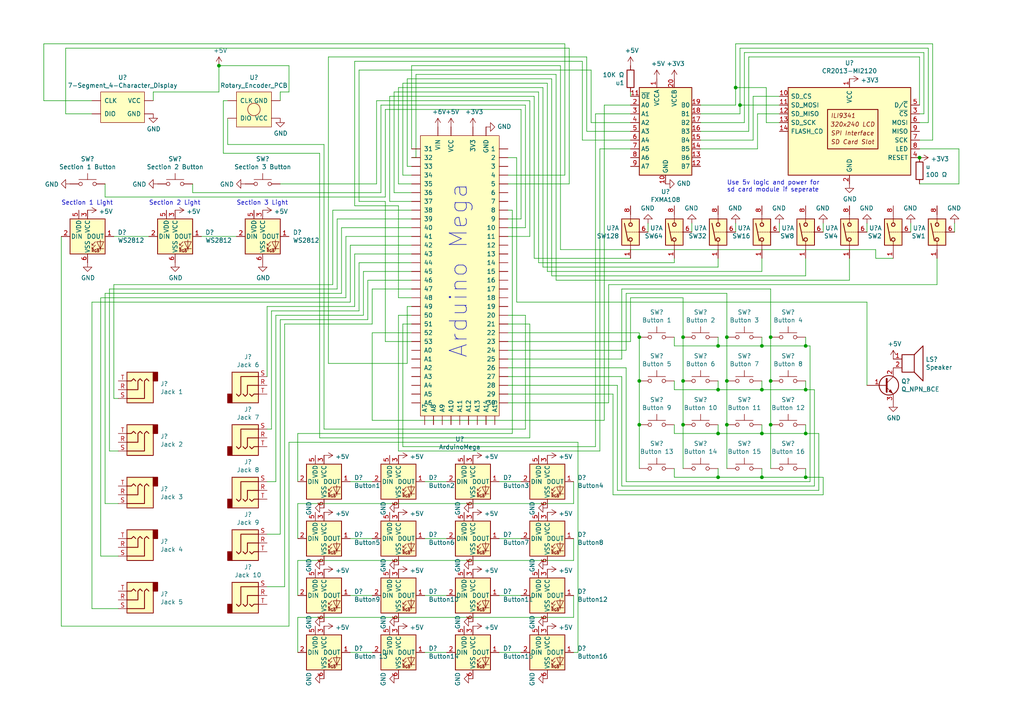
<source format=kicad_sch>
(kicad_sch (version 20231120) (generator "eeschema") (generator_version "8.0")
  (paper "A4")
  (title_block (title "Subystem Repair Panel") (rev "1.2") (company "CMSC") (comment 1 "Designed and made by Nathan Ford") (comment 3 " panels they are a seperate module, the module we currently use uses 5v logic and power") (comment 4 "Please note that the SD card reader is wired to the internal one on the scematic, on the "))
  (junction (at 198.12 110.49))
  (junction (at 233.68 125.73))
  (junction (at 213.36 25.4))
  (junction (at 223.52 123.19))
  (junction (at 198.12 97.79))
  (junction (at 210.82 123.19))
  (junction (at 233.68 113.03))
  (junction (at 220.98 113.03))
  (junction (at 223.52 110.49))
  (junction (at 208.28 113.03))
  (junction (at 210.82 97.79))
  (junction (at 220.98 125.73))
  (junction (at 210.82 110.49))
  (junction (at 266.7 45.72))
  (junction (at 220.98 138.43))
  (junction (at 185.42 110.49))
  (junction (at 214.63 30.48))
  (junction (at 233.68 138.43))
  (junction (at 233.68 100.33))
  (junction (at 185.42 97.79))
  (junction (at 208.28 125.73))
  (junction (at 63.5 19.05))
  (junction (at 220.98 100.33))
  (junction (at 223.52 97.79))
  (junction (at 185.42 123.19))
  (junction (at 198.12 123.19))
  (junction (at 208.28 138.43))
  (junction (at 208.28 100.33))
  (wire (pts (xy 222.25 35.56) (xy 222.25 25.4)))
  (wire (pts (xy 215.9 15.24) (xy 215.9 35.56)))
  (wire (pts (xy 233.68 138.43) (xy 220.98 138.43)))
  (wire (pts (xy 147.32 53.34) (xy 165.1 53.34)))
  (wire (pts (xy 166.37 139.7) (xy 166.37 146.05)))
  (wire (pts (xy 182.88 74.93) (xy 154.94 74.93)))
  (wire (pts (xy 217.17 38.1) (xy 203.2 38.1)))
  (wire (pts (xy 86.36 125.73) (xy 86.36 139.7)))
  (wire (pts (xy 116.84 24.13) (xy 158.75 24.13)))
  (wire (pts (xy 177.8 143.51) (xy 177.8 114.3)))
  (wire (pts (xy 115.57 59.69) (xy 115.57 86.36)))
  (wire (pts (xy 175.26 121.92) (xy 107.95 121.92)))
  (wire (pts (xy 220.98 113.03) (xy 220.98 110.49)))
  (wire (pts (xy 115.57 86.36) (xy 119.38 86.36)))
  (wire (pts (xy 157.48 25.4) (xy 115.57 25.4)))
  (wire (pts (xy 66.04 29.21) (xy 64.77 29.21)))
  (wire (pts (xy 29.21 86.36) (xy 29.21 161.29)))
  (wire (pts (xy 182.88 99.06) (xy 147.32 99.06)))
  (wire (pts (xy 195.58 138.43) (xy 195.58 135.89)))
  (wire (pts (xy 208.28 113.03) (xy 208.28 110.49)))
  (wire (pts (xy 195.58 113.03) (xy 208.28 113.03)))
  (wire (pts (xy 165.1 13.97) (xy 19.05 13.97)))
  (wire (pts (xy 109.22 53.34) (xy 81.28 53.34)))
  (wire (pts (xy 151.13 63.5) (xy 151.13 31.75)))
  (wire (pts (xy 147.32 45.72) (xy 149.86 45.72)))
  (wire (pts (xy 198.12 123.19) (xy 198.12 110.49)))
  (wire (pts (xy 165.1 53.34) (xy 165.1 13.97)))
  (wire (pts (xy 236.22 113.03) (xy 236.22 140.97)))
  (wire (pts (xy 116.84 50.8) (xy 116.84 24.13)))
  (wire (pts (xy 92.71 127) (xy 153.67 127)))
  (wire (pts (xy 238.76 64.77) (xy 238.76 67.31)))
  (wire (pts (xy 101.6 71.12) (xy 119.38 71.12)))
  (wire (pts (xy 118.11 48.26) (xy 119.38 48.26)))
  (wire (pts (xy 182.88 30.48) (xy 175.26 30.48)))
  (wire (pts (xy 166.37 146.05) (xy 86.36 146.05)))
  (wire (pts (xy 182.88 35.56) (xy 171.45 35.56)))
  (wire (pts (xy 236.22 140.97) (xy 180.34 140.97)))
  (wire (pts (xy 120.65 45.72) (xy 120.65 21.59)))
  (wire (pts (xy 166.37 156.21) (xy 166.37 162.56)))
  (wire (pts (xy 95.25 16.51) (xy 170.18 16.51)))
  (wire (pts (xy 173.99 130.81) (xy 115.57 130.81)))
  (wire (pts (xy 144.78 189.23) (xy 151.13 189.23)))
  (wire (pts (xy 234.95 139.7) (xy 181.61 139.7)))
  (wire (pts (xy 215.9 15.24) (xy 267.97 15.24)))
  (wire (pts (xy 210.82 123.19) (xy 210.82 110.49)))
  (wire (pts (xy 19.05 33.02) (xy 26.67 33.02)))
  (wire (pts (xy 77.47 109.22) (xy 77.47 88.9)))
  (wire (pts (xy 105.41 91.44) (xy 105.41 78.74)))
  (wire (pts (xy 195.58 100.33) (xy 208.28 100.33)))
  (wire (pts (xy 101.6 156.21) (xy 107.95 156.21)))
  (wire (pts (xy 77.47 170.18) (xy 82.55 170.18)))
  (wire (pts (xy 83.82 181.61) (xy 17.78 181.61)))
  (wire (pts (xy 208.28 138.43) (xy 195.58 138.43)))
  (wire (pts (xy 116.84 93.98) (xy 119.38 93.98)))
  (wire (pts (xy 118.11 22.86) (xy 118.11 48.26)))
  (wire (pts (xy 118.11 88.9) (xy 118.11 105.41)))
  (wire (pts (xy 166.37 172.72) (xy 166.37 179.07)))
  (wire (pts (xy 104.14 58.42) (xy 111.76 58.42)))
  (wire (pts (xy 104.14 20.32) (xy 104.14 58.42)))
  (wire (pts (xy 107.95 121.92) (xy 107.95 96.52)))
  (wire (pts (xy 215.9 35.56) (xy 203.2 35.56)))
  (wire (pts (xy 220.98 138.43) (xy 220.98 135.89)))
  (wire (pts (xy 172.72 129.54) (xy 116.84 129.54)))
  (wire (pts (xy 182.88 26.67) (xy 182.88 27.94)))
  (wire (pts (xy 220.98 138.43) (xy 208.28 138.43)))
  (wire (pts (xy 104.14 76.2) (xy 119.38 76.2)))
  (wire (pts (xy 233.68 80.01) (xy 160.02 80.01)))
  (wire (pts (xy 220.98 113.03) (xy 233.68 113.03)))
  (wire (pts (xy 34.29 115.57) (xy 33.02 115.57)))
  (wire (pts (xy 123.19 189.23) (xy 129.54 189.23)))
  (wire (pts (xy 64.77 44.45) (xy 92.71 44.45)))
  (wire (pts (xy 119.38 19.05) (xy 119.38 43.18)))
  (wire (pts (xy 12.7 29.21) (xy 12.7 12.7)))
  (wire (pts (xy 99.06 85.09) (xy 99.06 66.04)))
  (wire (pts (xy 96.52 82.55) (xy 96.52 60.96)))
  (wire (pts (xy 115.57 91.44) (xy 119.38 91.44)))
  (wire (pts (xy 185.42 110.49) (xy 185.42 123.19)))
  (wire (pts (xy 180.34 104.14) (xy 147.32 104.14)))
  (wire (pts (xy 180.34 109.22) (xy 147.32 109.22)))
  (wire (pts (xy 180.34 140.97) (xy 180.34 109.22)))
  (wire (pts (xy 208.28 74.93) (xy 208.28 77.47)))
  (wire (pts (xy 210.82 85.09) (xy 181.61 85.09)))
  (wire (pts (xy 160.02 80.01) (xy 160.02 22.86)))
  (wire (pts (xy 152.4 66.04) (xy 147.32 66.04)))
  (wire (pts (xy 166.37 179.07) (xy 86.36 179.07)))
  (wire (pts (xy 210.82 97.79) (xy 210.82 85.09)))
  (wire (pts (xy 30.48 57.15) (xy 30.48 53.34)))
  (wire (pts (xy 233.68 135.89) (xy 233.68 138.43)))
  (wire (pts (xy 198.12 97.79) (xy 198.12 86.36)))
  (wire (pts (xy 179.07 111.76) (xy 147.32 111.76)))
  (wire (pts (xy 167.64 128.27) (xy 83.82 128.27)))
  (wire (pts (xy 264.16 64.77) (xy 264.16 67.31)))
  (wire (pts (xy 153.67 29.21) (xy 109.22 29.21)))
  (wire (pts (xy 151.13 63.5) (xy 147.32 63.5)))
  (wire (pts (xy 153.67 93.98) (xy 147.32 93.98)))
  (wire (pts (xy 102.87 17.78) (xy 102.87 59.69)))
  (wire (pts (xy 107.95 93.98) (xy 107.95 83.82)))
  (wire (pts (xy 97.79 83.82) (xy 31.75 83.82)))
  (wire (pts (xy 220.98 100.33) (xy 220.98 97.79)))
  (wire (pts (xy 176.53 82.55) (xy 176.53 116.84)))
  (wire (pts (xy 208.28 138.43) (xy 208.28 135.89)))
  (wire (pts (xy 226.06 35.56) (xy 222.25 35.56)))
  (wire (pts (xy 208.28 100.33) (xy 220.98 100.33)))
  (wire (pts (xy 100.33 68.58) (xy 100.33 86.36)))
  (wire (pts (xy 238.76 143.51) (xy 177.8 143.51)))
  (wire (pts (xy 185.42 97.79) (xy 185.42 110.49)))
  (wire (pts (xy 82.55 93.98) (xy 107.95 93.98)))
  (wire (pts (xy 156.21 76.2) (xy 195.58 76.2)))
  (wire (pts (xy 123.19 139.7) (xy 129.54 139.7)))
  (wire (pts (xy 105.41 78.74) (xy 119.38 78.74)))
  (wire (pts (xy 147.32 60.96) (xy 148.59 60.96)))
  (wire (pts (xy 214.63 13.97) (xy 269.24 13.97)))
  (wire (pts (xy 160.02 22.86) (xy 118.11 22.86)))
  (wire (pts (xy 81.28 92.71) (xy 81.28 154.94)))
  (wire (pts (xy 123.19 172.72) (xy 129.54 172.72)))
  (wire (pts (xy 44.45 29.21) (xy 44.45 26.67)))
  (wire (pts (xy 195.58 110.49) (xy 195.58 113.03)))
  (wire (pts (xy 119.38 45.72) (xy 120.65 45.72)))
  (wire (pts (xy 113.03 27.94) (xy 113.03 58.42)))
  (wire (pts (xy 210.82 135.89) (xy 210.82 123.19)))
  (wire (pts (xy 154.94 27.94) (xy 113.03 27.94)))
  (wire (pts (xy 102.87 59.69) (xy 115.57 59.69)))
  (wire (pts (xy 187.96 64.77) (xy 187.96 67.31)))
  (wire (pts (xy 116.84 129.54) (xy 116.84 93.98)))
  (wire (pts (xy 153.67 68.58) (xy 147.32 68.58)))
  (wire (pts (xy 101.6 172.72) (xy 107.95 172.72)))
  (wire (pts (xy 157.48 77.47) (xy 157.48 25.4)))
  (wire (pts (xy 120.65 21.59) (xy 161.29 21.59)))
  (wire (pts (xy 152.4 91.44) (xy 152.4 124.46)))
  (wire (pts (xy 266.7 53.34) (xy 278.13 53.34)))
  (wire (pts (xy 269.24 35.56) (xy 269.24 13.97)))
  (wire (pts (xy 181.61 139.7) (xy 181.61 106.68)))
  (wire (pts (xy 238.76 138.43) (xy 238.76 143.51)))
  (wire (pts (xy 214.63 33.02) (xy 203.2 33.02)))
  (wire (pts (xy 151.13 31.75) (xy 111.76 31.75)))
  (wire (pts (xy 111.76 31.75) (xy 111.76 57.15)))
  (wire (pts (xy 97.79 63.5) (xy 119.38 63.5)))
  (wire (pts (xy 80.01 139.7) (xy 80.01 91.44)))
  (wire (pts (xy 93.98 41.91) (xy 66.04 41.91)))
  (wire (pts (xy 64.77 29.21) (xy 64.77 44.45)))
  (wire (pts (xy 222.25 25.4) (xy 213.36 25.4)))
  (wire (pts (xy 266.7 33.02) (xy 267.97 33.02)))
  (wire (pts (xy 254 74.93) (xy 254 72.39)))
  (wire (pts (xy 162.56 72.39) (xy 162.56 19.05)))
  (wire (pts (xy 234.95 100.33) (xy 234.95 139.7)))
  (wire (pts (xy 110.49 55.88) (xy 110.49 30.48)))
  (wire (pts (xy 101.6 189.23) (xy 107.95 189.23)))
  (wire (pts (xy 251.46 87.63) (xy 251.46 111.76)))
  (wire (pts (xy 198.12 97.79) (xy 198.12 110.49)))
  (wire (pts (xy 167.64 189.23) (xy 167.64 128.27)))
  (wire (pts (xy 218.44 40.64) (xy 203.2 40.64)))
  (wire (pts (xy 182.88 40.64) (xy 168.91 40.64)))
  (wire (pts (xy 176.53 116.84) (xy 147.32 116.84)))
  (wire (pts (xy 115.57 25.4) (xy 115.57 53.34)))
  (wire (pts (xy 66.04 41.91) (xy 66.04 34.29)))
  (wire (pts (xy 149.86 45.72) (xy 149.86 87.63)))
  (wire (pts (xy 220.98 125.73) (xy 220.98 123.19)))
  (wire (pts (xy 96.52 60.96) (xy 119.38 60.96)))
  (wire (pts (xy 104.14 90.17) (xy 78.74 90.17)))
  (wire (pts (xy 148.59 60.96) (xy 148.59 125.73)))
  (wire (pts (xy 208.28 125.73) (xy 208.28 123.19)))
  (wire (pts (xy 226.06 64.77) (xy 226.06 67.31)))
  (wire (pts (xy 33.02 68.58) (xy 43.18 68.58)))
  (wire (pts (xy 111.76 58.42) (xy 111.76 99.06)))
  (wire (pts (xy 214.63 13.97) (xy 214.63 30.48)))
  (wire (pts (xy 233.68 123.19) (xy 233.68 125.73)))
  (wire (pts (xy 34.29 146.05) (xy 30.48 146.05)))
  (wire (pts (xy 233.68 100.33) (xy 234.95 100.33)))
  (wire (pts (xy 163.83 12.7) (xy 163.83 50.8)))
  (wire (pts (xy 163.83 50.8) (xy 147.32 50.8)))
  (wire (pts (xy 101.6 87.63) (xy 101.6 71.12)))
  (wire (pts (xy 223.52 83.82) (xy 180.34 83.82)))
  (wire (pts (xy 208.28 100.33) (xy 208.28 97.79)))
  (wire (pts (xy 81.28 26.67) (xy 83.82 26.67)))
  (wire (pts (xy 181.61 106.68) (xy 147.32 106.68)))
  (wire (pts (xy 237.49 125.73) (xy 237.49 142.24)))
  (wire (pts (xy 104.14 76.2) (xy 104.14 90.17)))
  (wire (pts (xy 92.71 44.45) (xy 92.71 127)))
  (wire (pts (xy 233.68 113.03) (xy 233.68 110.49)))
  (wire (pts (xy 220.98 125.73) (xy 208.28 125.73)))
  (wire (pts (xy 208.28 113.03) (xy 220.98 113.03)))
  (wire (pts (xy 106.68 81.28) (xy 119.38 81.28)))
  (wire (pts (xy 223.52 110.49) (xy 223.52 123.19)))
  (wire (pts (xy 77.47 88.9) (xy 102.87 88.9)))
  (wire (pts (xy 175.26 30.48) (xy 175.26 121.92)))
  (wire (pts (xy 266.7 30.48) (xy 266.7 16.51)))
  (wire (pts (xy 200.66 64.77) (xy 200.66 67.31)))
  (wire (pts (xy 95.25 105.41) (xy 95.25 16.51)))
  (wire (pts (xy 158.75 78.74) (xy 220.98 78.74)))
  (wire (pts (xy 83.82 128.27) (xy 83.82 181.61)))
  (wire (pts (xy 106.68 81.28) (xy 106.68 92.71)))
  (wire (pts (xy 233.68 100.33) (xy 233.68 97.79)))
  (wire (pts (xy 170.18 38.1) (xy 182.88 38.1)))
  (wire (pts (xy 110.49 30.48) (xy 152.4 30.48)))
  (wire (pts (xy 26.67 176.53) (xy 26.67 87.63)))
  (wire (pts (xy 115.57 53.34) (xy 119.38 53.34)))
  (wire (pts (xy 246.38 81.28) (xy 246.38 74.93)))
  (wire (pts (xy 161.29 81.28) (xy 246.38 81.28)))
  (wire (pts (xy 99.06 66.04) (xy 119.38 66.04)))
  (wire (pts (xy 111.76 99.06) (xy 119.38 99.06)))
  (wire (pts (xy 213.36 64.77) (xy 213.36 67.31)))
  (wire (pts (xy 55.88 53.34) (xy 55.88 55.88)))
  (wire (pts (xy 55.88 55.88) (xy 110.49 55.88)))
  (wire (pts (xy 123.19 156.21) (xy 129.54 156.21)))
  (wire (pts (xy 233.68 125.73) (xy 220.98 125.73)))
  (wire (pts (xy 26.67 29.21) (xy 12.7 29.21)))
  (wire (pts (xy 102.87 88.9) (xy 102.87 73.66)))
  (wire (pts (xy 80.01 91.44) (xy 105.41 91.44)))
  (wire (pts (xy 171.45 35.56) (xy 171.45 20.32)))
  (wire (pts (xy 119.38 55.88) (xy 114.3 55.88)))
  (wire (pts (xy 195.58 76.2) (xy 195.58 74.93)))
  (wire (pts (xy 185.42 96.52) (xy 147.32 96.52)))
  (wire (pts (xy 31.75 83.82) (xy 31.75 130.81)))
  (wire (pts (xy 180.34 83.82) (xy 180.34 104.14)))
  (wire (pts (xy 101.6 139.7) (xy 107.95 139.7)))
  (wire (pts (xy 266.7 40.64) (xy 270.51 40.64)))
  (wire (pts (xy 210.82 97.79) (xy 210.82 110.49)))
  (wire (pts (xy 173.99 43.18) (xy 173.99 130.81)))
  (wire (pts (xy 226.06 33.02) (xy 219.71 33.02)))
  (wire (pts (xy 93.98 124.46) (xy 93.98 41.91)))
  (wire (pts (xy 220.98 100.33) (xy 233.68 100.33)))
  (wire (pts (xy 219.71 43.18) (xy 203.2 43.18)))
  (wire (pts (xy 115.57 130.81) (xy 115.57 91.44)))
  (wire (pts (xy 86.36 146.05) (xy 86.36 156.21)))
  (wire (pts (xy 198.12 86.36) (xy 182.88 86.36)))
  (wire (pts (xy 223.52 97.79) (xy 223.52 83.82)))
  (wire (pts (xy 86.36 162.56) (xy 86.36 172.72)))
  (wire (pts (xy 213.36 30.48) (xy 203.2 30.48)))
  (wire (pts (xy 78.74 90.17) (xy 78.74 124.46)))
  (wire (pts (xy 154.94 74.93) (xy 154.94 27.94)))
  (wire (pts (xy 251.46 64.77) (xy 251.46 67.31)))
  (wire (pts (xy 19.05 13.97) (xy 19.05 33.02)))
  (wire (pts (xy 58.42 68.58) (xy 68.58 68.58)))
  (wire (pts (xy 162.56 19.05) (xy 119.38 19.05)))
  (wire (pts (xy 278.13 43.18) (xy 266.7 43.18)))
  (wire (pts (xy 83.82 19.05) (xy 63.5 19.05)))
  (wire (pts (xy 147.32 91.44) (xy 152.4 91.44)))
  (wire (pts (xy 119.38 50.8) (xy 116.84 50.8)))
  (wire (pts (xy 177.8 114.3) (xy 147.32 114.3)))
  (wire (pts (xy 113.03 58.42) (xy 119.38 58.42)))
  (wire (pts (xy 97.79 63.5) (xy 97.79 83.82)))
  (wire (pts (xy 220.98 78.74) (xy 220.98 74.93)))
  (wire (pts (xy 82.55 170.18) (xy 82.55 93.98)))
  (wire (pts (xy 208.28 77.47) (xy 157.48 77.47)))
  (wire (pts (xy 213.36 12.7) (xy 270.51 12.7)))
  (wire (pts (xy 226.06 27.94) (xy 218.44 27.94)))
  (wire (pts (xy 83.82 26.67) (xy 83.82 19.05)))
  (wire (pts (xy 266.7 35.56) (xy 269.24 35.56)))
  (wire (pts (xy 223.52 97.79) (xy 223.52 110.49)))
  (wire (pts (xy 153.67 68.58) (xy 153.67 29.21)))
  (wire (pts (xy 63.5 26.67) (xy 63.5 19.05)))
  (wire (pts (xy 271.78 82.55) (xy 176.53 82.55)))
  (wire (pts (xy 78.74 124.46) (xy 77.47 124.46)))
  (wire (pts (xy 271.78 74.93) (xy 271.78 82.55)))
  (wire (pts (xy 278.13 53.34) (xy 278.13 43.18)))
  (wire (pts (xy 111.76 57.15) (xy 30.48 57.15)))
  (wire (pts (xy 181.61 85.09) (xy 181.61 101.6)))
  (wire (pts (xy 254 72.39) (xy 162.56 72.39)))
  (wire (pts (xy 237.49 142.24) (xy 179.07 142.24)))
  (wire (pts (xy 223.52 135.89) (xy 223.52 123.19)))
  (wire (pts (xy 34.29 176.53) (xy 26.67 176.53)))
  (wire (pts (xy 33.02 115.57) (xy 33.02 82.55)))
  (wire (pts (xy 17.78 181.61) (xy 17.78 68.58)))
  (wire (pts (xy 195.58 125.73) (xy 195.58 123.19)))
  (wire (pts (xy 195.58 97.79) (xy 195.58 100.33)))
  (wire (pts (xy 119.38 88.9) (xy 118.11 88.9)))
  (wire (pts (xy 213.36 12.7) (xy 213.36 25.4)))
  (wire (pts (xy 153.67 127) (xy 153.67 93.98)))
  (wire (pts (xy 233.68 74.93) (xy 233.68 80.01)))
  (wire (pts (xy 181.61 101.6) (xy 147.32 101.6)))
  (wire (pts (xy 276.86 64.77) (xy 276.86 67.31)))
  (wire (pts (xy 270.51 40.64) (xy 270.51 12.7)))
  (wire (pts (xy 86.36 179.07) (xy 86.36 189.23)))
  (wire (pts (xy 31.75 130.81) (xy 34.29 130.81)))
  (wire (pts (xy 119.38 83.82) (xy 107.95 83.82)))
  (wire (pts (xy 77.47 139.7) (xy 80.01 139.7)))
  (wire (pts (xy 182.88 43.18) (xy 173.99 43.18)))
  (wire (pts (xy 233.68 125.73) (xy 237.49 125.73)))
  (wire (pts (xy 226.06 30.48) (xy 214.63 30.48)))
  (wire (pts (xy 152.4 124.46) (xy 93.98 124.46)))
  (wire (pts (xy 219.71 33.02) (xy 219.71 43.18)))
  (wire (pts (xy 100.33 68.58) (xy 119.38 68.58)))
  (wire (pts (xy 33.02 82.55) (xy 96.52 82.55)))
  (wire (pts (xy 144.78 172.72) (xy 151.13 172.72)))
  (wire (pts (xy 161.29 21.59) (xy 161.29 81.28)))
  (wire (pts (xy 208.28 125.73) (xy 195.58 125.73)))
  (wire (pts (xy 149.86 87.63) (xy 251.46 87.63)))
  (wire (pts (xy 214.63 30.48) (xy 214.63 33.02)))
  (wire (pts (xy 166.37 162.56) (xy 86.36 162.56)))
  (wire (pts (xy 233.68 138.43) (xy 238.76 138.43)))
  (wire (pts (xy 114.3 26.67) (xy 156.21 26.67)))
  (wire (pts (xy 182.88 86.36) (xy 182.88 99.06)))
  (wire (pts (xy 107.95 96.52) (xy 119.38 96.52)))
  (wire (pts (xy 12.7 12.7) (xy 163.83 12.7)))
  (wire (pts (xy 185.42 123.19) (xy 185.42 135.89)))
  (wire (pts (xy 144.78 139.7) (xy 151.13 139.7)))
  (wire (pts (xy 156.21 26.67) (xy 156.21 76.2)))
  (wire (pts (xy 100.33 86.36) (xy 29.21 86.36)))
  (wire (pts (xy 233.68 113.03) (xy 236.22 113.03)))
  (wire (pts (xy 118.11 105.41) (xy 95.25 105.41)))
  (wire (pts (xy 30.48 85.09) (xy 99.06 85.09)))
  (wire (pts (xy 30.48 146.05) (xy 30.48 85.09)))
  (wire (pts (xy 106.68 92.71) (xy 81.28 92.71)))
  (wire (pts (xy 179.07 142.24) (xy 179.07 111.76)))
  (wire (pts (xy 29.21 161.29) (xy 34.29 161.29)))
  (wire (pts (xy 166.37 189.23) (xy 167.64 189.23)))
  (wire (pts (xy 198.12 135.89) (xy 198.12 123.19)))
  (wire (pts (xy 44.45 26.67) (xy 63.5 26.67)))
  (wire (pts (xy 217.17 16.51) (xy 266.7 16.51)))
  (wire (pts (xy 172.72 33.02) (xy 172.72 129.54)))
  (wire (pts (xy 171.45 20.32) (xy 104.14 20.32)))
  (wire (pts (xy 109.22 29.21) (xy 109.22 53.34)))
  (wire (pts (xy 182.88 33.02) (xy 172.72 33.02)))
  (wire (pts (xy 168.91 17.78) (xy 102.87 17.78)))
  (wire (pts (xy 152.4 30.48) (xy 152.4 66.04)))
  (wire (pts (xy 168.91 40.64) (xy 168.91 17.78)))
  (wire (pts (xy 81.28 154.94) (xy 77.47 154.94)))
  (wire (pts (xy 213.36 25.4) (xy 213.36 30.48)))
  (wire (pts (xy 102.87 73.66) (xy 119.38 73.66)))
  (wire (pts (xy 217.17 16.51) (xy 217.17 38.1)))
  (wire (pts (xy 114.3 55.88) (xy 114.3 26.67)))
  (wire (pts (xy 144.78 156.21) (xy 151.13 156.21)))
  (wire (pts (xy 185.42 97.79) (xy 185.42 96.52)))
  (wire (pts (xy 148.59 125.73) (xy 86.36 125.73)))
  (wire (pts (xy 81.28 29.21) (xy 81.28 26.67)))
  (wire (pts (xy 170.18 16.51) (xy 170.18 38.1)))
  (wire (pts (xy 158.75 24.13) (xy 158.75 78.74)))
  (wire (pts (xy 259.08 74.93) (xy 254 74.93)))
  (wire (pts (xy 26.67 87.63) (xy 101.6 87.63)))
  (wire (pts (xy 218.44 27.94) (xy 218.44 40.64)))
  (wire (pts (xy 267.97 33.02) (xy 267.97 15.24)))
  (text "Arduino Mega" (at 135.89 104.14 90) (effects (font (size 5.0038 5.0038)) (justify left bottom)))
  (text "Section 2 Light" (at 43.18 59.69 0) (effects (font (size 1.27 1.27)) (justify left bottom)))
  (text "Use 5v logic and power for \nsd card module if seperate" (at 210.82 55.88 0) (effects (font (size 1.27 1.27)) (justify left bottom)))
  (text "Section 1 Light" (at 17.78 59.69 0) (effects (font (size 1.27 1.27)) (justify left bottom)))
  (text "Section 3 Light" (at 68.58 59.69 0) (effects (font (size 1.27 1.27)) (justify left bottom)))
  (symbol (lib_id "Device:Speaker") (at 264.16 104.14 0) (unit 1)
    (property "Reference" "LS?" (at 268.478 104.2416 0) (effects (justify left)))
    (property "Value" "Speaker" (at 268.478 106.553 0) (effects (justify left)))
  )
  (symbol (lib_id "Device:Q_NPN_BCE") (at 256.54 111.76 0) (unit 1)
    (property "Reference" "Q?" (at 261.3914 110.5916 0) (effects (justify left)))
    (property "Value" "Q_NPN_BCE" (at 261.3914 112.903 0) (effects (justify left)))
  )
  (symbol (lib_id "Subsystem-rescue:+5V-power") (at 259.08 104.14 0) (unit 1)
    (property "Reference" "#PWR?" (effects (hide yes)))
    (property "Value" "+5V" (at 259.461 99.7458 0))
  )
  (symbol (lib_id "Subsystem-rescue:GND-power") (at 259.08 116.84 0) (unit 1)
    (property "Reference" "#PWR?" (effects (hide yes)))
    (property "Value" "GND" (at 259.207 121.2342 0))
  )
  (symbol (lib_name "Subsystem-rescue:7-Segment_4-Character_Display-Display_Graphic") (lib_id "Subsystem-rescue:7-Segment_4-Character_Display-Display_Graphic") (at 35.56 31.75 0) (unit 1)
    (property "Reference" "U?" (at 35.56 22.479 0))
    (property "Value" "7-Segment_4-Character_Display" (at 35.56 24.7904 0))
  )
  (symbol (lib_name "Subsystem-rescue:Rotary_Encoder_PCB-Interface") (lib_id "Subsystem-rescue:Rotary_Encoder_PCB-Interface") (at 73.66 31.75 0) (unit 1)
    (property "Reference" "U?" (at 73.66 22.479 0))
    (property "Value" "Rotary_Encoder_PCB" (at 73.66 24.7904 0))
  )
  (symbol (lib_id "Subsystem-rescue:GND-power") (at 81.28 34.29 0) (unit 1)
    (property "Reference" "#PWR?" (effects (hide yes)))
    (property "Value" "GND" (at 81.407 38.6842 0))
  )
  (symbol (lib_id "Subsystem-rescue:GND-power") (at 44.45 33.02 0) (unit 1)
    (property "Reference" "#PWR?" (effects (hide yes)))
    (property "Value" "GND" (at 44.577 37.4142 0))
  )
  (symbol (lib_id "Subsystem-rescue:+5V-power") (at 63.5 19.05 0) (unit 1)
    (property "Reference" "#PWR?" (effects (hide yes)))
    (property "Value" "+5V" (at 63.881 14.6558 0))
  )
  (symbol (lib_id "Logic_LevelTranslator:FXMA108") (at 193.04 38.1 0) (unit 1)
    (property "Reference" "U?" (at 193.04 55.6006 0))
    (property "Value" "FXMA108" (at 193.04 57.912 0))
    (property "Footprint" "Package_DFN_QFN:WQFN-20-1EP_2.5x4.5mm_P0.5mm_EP1x2.9mm" (effects (hide yes)))
    (property "Datasheet" "http://www.onsemi.com/pub/Collateral/FXMA108-D.pdf" (effects (hide yes)))
  )
  (symbol (lib_id "Driver_Display:CR2013-MI2120") (at 246.38 38.1 0) (unit 1)
    (property "Reference" "U?" (at 246.38 18.2626 0))
    (property "Value" "CR2013-MI2120" (at 246.38 20.574 0))
    (property "Footprint" "Display:CR2013-MI2120" (effects (hide yes)))
    (property "Datasheet" "http://pan.baidu.com/s/11Y990" (effects (hide yes)))
  )
  (symbol (lib_id "Subsystem-rescue:+3.3V-power") (at 195.58 22.86 0) (unit 1)
    (property "Reference" "#PWR?" (effects (hide yes)))
    (property "Value" "+3V3" (at 195.961 18.4658 0))
  )
  (symbol (lib_id "Subsystem-rescue:+5V-power") (at 190.5 22.86 0) (unit 1)
    (property "Reference" "#PWR?" (effects (hide yes)))
    (property "Value" "+5V" (at 190.881 18.4658 0))
  )
  (symbol (lib_id "Subsystem-rescue:GND-power") (at 193.04 53.34 90) (unit 1)
    (property "Reference" "#PWR?" (effects (hide yes)))
    (property "Value" "GND" (at 196.2912 53.213 90) (effects (justify right)))
  )
  (symbol (lib_id "Subsystem-rescue:+3.3V-power") (at 266.7 45.72 270) (unit 1)
    (property "Reference" "#PWR?" (effects (hide yes)))
    (property "Value" "+3V3" (at 269.9512 46.101 90) (effects (justify left)))
  )
  (symbol (lib_id "Device:R") (at 266.7 49.53 0) (unit 1)
    (property "Reference" "u" (at 268.478 48.3616 0) (effects (justify left)))
    (property "Value" "100 Ω" (at 268.478 50.673 0) (effects (justify left)))
  )
  (symbol (lib_id "Subsystem-rescue:+3.3V-power") (at 246.38 22.86 270) (unit 1)
    (property "Reference" "#PWR?" (effects (hide yes)))
    (property "Value" "+3V3" (at 249.6312 23.241 90) (effects (justify left)))
  )
  (symbol (lib_id "Subsystem-rescue:GND-power") (at 246.38 53.34 0) (unit 1)
    (property "Reference" "#PWR?" (effects (hide yes)))
    (property "Value" "GND" (at 246.507 57.7342 0))
  )
  (symbol (lib_id "Switch:SW_Push") (at 25.4 53.34 0) (unit 1)
    (property "Reference" "SW?" (at 25.4 46.101 0))
    (property "Value" "Section 1 Button" (at 25.4 48.4124 0))
  )
  (symbol (lib_id "Switch:SW_Push") (at 50.8 53.34 0) (unit 1)
    (property "Reference" "SW?" (at 50.8 46.101 0))
    (property "Value" "Section 2 Button" (at 50.8 48.4124 0))
  )
  (symbol (lib_id "Switch:SW_Push") (at 76.2 53.34 0) (unit 1)
    (property "Reference" "SW?" (at 76.2 46.101 0))
    (property "Value" "Section 3 Button" (at 76.2 48.4124 0))
  )
  (symbol (lib_id "LED:WS2812") (at 25.4 68.58 0) (unit 1)
    (property "Reference" "D?" (at 34.1376 67.4116 0) (effects (justify left)))
    (property "Value" "WS2812" (at 34.1376 69.723 0) (effects (justify left)))
    (property "Footprint" "LED_SMD:LED_WS2812_PLCC6_5.0x5.0mm_P1.6mm" (effects (hide yes)))
    (property "Datasheet" "https://cdn-shop.adafruit.com/datasheets/WS2812.pdf" (effects (hide yes)))
  )
  (symbol (lib_id "Subsystem-rescue:GND-power") (at 20.32 53.34 270) (unit 1)
    (property "Reference" "#PWR?" (effects (hide yes)))
    (property "Value" "GND" (at 17.0688 53.467 90) (effects (justify right)))
  )
  (symbol (lib_id "Subsystem-rescue:GND-power") (at 45.72 53.34 270) (unit 1)
    (property "Reference" "#PWR?" (effects (hide yes)))
    (property "Value" "GND" (at 42.4688 53.467 90) (effects (justify right)))
  )
  (symbol (lib_id "Subsystem-rescue:GND-power") (at 71.12 53.34 270) (unit 1)
    (property "Reference" "#PWR?" (effects (hide yes)))
    (property "Value" "GND" (at 67.8688 53.467 90) (effects (justify right)))
  )
  (symbol (lib_id "Subsystem-rescue:GND-power") (at 25.4 76.2 0) (unit 1)
    (property "Reference" "#PWR?" (effects (hide yes)))
    (property "Value" "GND" (at 25.527 80.5942 0))
  )
  (symbol (lib_id "Subsystem-rescue:+5V-power") (at 25.4 60.96 270) (unit 1)
    (property "Reference" "#PWR?" (effects (hide yes)))
    (property "Value" "+5V" (at 28.6512 61.341 90) (effects (justify left)))
  )
  (symbol (lib_id "LED:WS2812") (at 50.8 68.58 0) (unit 1)
    (property "Reference" "D?" (at 59.5376 67.4116 0) (effects (justify left)))
    (property "Value" "WS2812" (at 59.5376 69.723 0) (effects (justify left)))
    (property "Footprint" "LED_SMD:LED_WS2812_PLCC6_5.0x5.0mm_P1.6mm" (effects (hide yes)))
    (property "Datasheet" "https://cdn-shop.adafruit.com/datasheets/WS2812.pdf" (effects (hide yes)))
  )
  (symbol (lib_id "Subsystem-rescue:GND-power") (at 50.8 76.2 0) (unit 1)
    (property "Reference" "#PWR?" (effects (hide yes)))
    (property "Value" "GND" (at 50.927 80.5942 0))
  )
  (symbol (lib_id "Subsystem-rescue:+5V-power") (at 50.8 60.96 270) (unit 1)
    (property "Reference" "#PWR?" (effects (hide yes)))
    (property "Value" "+5V" (at 54.0512 61.341 90) (effects (justify left)))
  )
  (symbol (lib_id "LED:WS2812") (at 76.2 68.58 0) (unit 1)
    (property "Reference" "D?" (at 84.9376 67.4116 0) (effects (justify left)))
    (property "Value" "WS2812" (at 84.9376 69.723 0) (effects (justify left)))
    (property "Footprint" "LED_SMD:LED_WS2812_PLCC6_5.0x5.0mm_P1.6mm" (effects (hide yes)))
    (property "Datasheet" "https://cdn-shop.adafruit.com/datasheets/WS2812.pdf" (effects (hide yes)))
  )
  (symbol (lib_id "Subsystem-rescue:GND-power") (at 76.2 76.2 0) (unit 1)
    (property "Reference" "#PWR?" (effects (hide yes)))
    (property "Value" "GND" (at 76.327 80.5942 0))
  )
  (symbol (lib_id "Subsystem-rescue:+5V-power") (at 76.2 60.96 270) (unit 1)
    (property "Reference" "#PWR?" (effects (hide yes)))
    (property "Value" "+5V" (at 79.4512 61.341 90) (effects (justify left)))
  )
  (symbol (lib_name "Subsystem-rescue:ArduinoMega-MCU_Microchip_ATmega") (lib_id "Subsystem-rescue:ArduinoMega-MCU_Microchip_ATmega") (at 133.35 80.01 0) (unit 1)
    (property "Reference" "U?" (at 133.35 127.3556 0))
    (property "Value" "ArduinoMega" (at 133.35 129.667 0))
  )
  (symbol (lib_id "Subsystem-rescue:GND-power") (at 140.97 36.83 90) (unit 1)
    (property "Reference" "#PWR?" (effects (hide yes)))
    (property "Value" "GND" (at 144.2212 36.703 90) (effects (justify right)))
  )
  (symbol (lib_id "Subsystem-rescue:AudioJack3-Connector") (at 72.39 111.76 0) (unit 1)
    (property "Reference" "J?" (at 71.9328 103.505 0))
    (property "Value" "Jack 6" (at 71.9328 105.8164 0))
  )
  (symbol (lib_id "Subsystem-rescue:AudioJack3-Connector") (at 72.39 127 0) (unit 1)
    (property "Reference" "J?" (at 71.9328 118.745 0))
    (property "Value" "Jack 7" (at 71.9328 121.0564 0))
  )
  (symbol (lib_id "Subsystem-rescue:AudioJack3-Connector") (at 72.39 142.24 0) (unit 1)
    (property "Reference" "J?" (at 71.9328 133.985 0))
    (property "Value" "Jack 8" (at 71.9328 136.2964 0))
  )
  (symbol (lib_id "Subsystem-rescue:AudioJack3-Connector") (at 72.39 157.48 0) (unit 1)
    (property "Reference" "J?" (at 71.9328 149.225 0))
    (property "Value" "Jack 9" (at 71.9328 151.5364 0))
  )
  (symbol (lib_id "Subsystem-rescue:AudioJack3-Connector") (at 72.39 172.72 0) (unit 1)
    (property "Reference" "J?" (at 71.9328 164.465 0))
    (property "Value" "Jack 10" (at 71.9328 166.7764 0))
  )
  (symbol (lib_id "Subsystem-rescue:AudioJack3-Connector") (at 39.37 173.99 180) (unit 1)
    (property "Reference" "J?" (at 46.482 172.2882 0) (effects (justify right)))
    (property "Value" "Jack 5" (at 46.482 174.5996 0) (effects (justify right)))
  )
  (symbol (lib_id "Subsystem-rescue:AudioJack3-Connector") (at 39.37 158.75 180) (unit 1)
    (property "Reference" "J?" (at 46.482 157.0482 0) (effects (justify right)))
    (property "Value" "Jack 4" (at 46.482 159.3596 0) (effects (justify right)))
  )
  (symbol (lib_id "Subsystem-rescue:AudioJack3-Connector") (at 39.37 143.51 180) (unit 1)
    (property "Reference" "J?" (at 46.482 141.8082 0) (effects (justify right)))
    (property "Value" "Jack 3" (at 46.482 144.1196 0) (effects (justify right)))
  )
  (symbol (lib_id "Subsystem-rescue:AudioJack3-Connector") (at 39.37 128.27 180) (unit 1)
    (property "Reference" "J?" (at 46.482 126.5682 0) (effects (justify right)))
    (property "Value" "Jack 2" (at 46.482 128.8796 0) (effects (justify right)))
  )
  (symbol (lib_id "Subsystem-rescue:AudioJack3-Connector") (at 39.37 113.03 180) (unit 1)
    (property "Reference" "J?" (at 46.482 111.3282 0) (effects (justify right)))
    (property "Value" "Jack 1" (at 46.482 113.6396 0) (effects (justify right)))
  )
  (symbol (lib_id "Subsystem-rescue:+5V-power") (at 130.81 36.83 0) (unit 1)
    (property "Reference" "#PWR?" (effects (hide yes)))
    (property "Value" "+5V" (at 131.191 32.4358 0))
  )
  (symbol (lib_id "Subsystem-rescue:+3.3V-power") (at 137.16 36.83 0) (unit 1)
    (property "Reference" "#PWR?" (effects (hide yes)))
    (property "Value" "+3V3" (at 137.541 32.4358 0))
  )
  (symbol (lib_id "Subsystem-rescue:+6V-power") (at 127 36.83 0) (unit 1)
    (property "Reference" "#PWR?" (effects (hide yes)))
    (property "Value" "+6V" (at 127.381 32.4358 0))
  )
  (symbol (lib_id "Switch:SW_Push") (at 190.5 97.79 0) (unit 1)
    (property "Reference" "SW?" (at 190.5 90.551 0))
    (property "Value" "Button 1" (at 190.5 92.8624 0))
  )
  (symbol (lib_id "Switch:SW_Push") (at 203.2 97.79 0) (unit 1)
    (property "Reference" "SW?" (at 203.2 90.551 0))
    (property "Value" "Button 2" (at 203.2 92.8624 0))
  )
  (symbol (lib_id "Switch:SW_Push") (at 215.9 97.79 0) (unit 1)
    (property "Reference" "SW?" (at 215.9 90.551 0))
    (property "Value" "Button 3" (at 215.9 92.8624 0))
  )
  (symbol (lib_id "Switch:SW_Push") (at 228.6 97.79 0) (unit 1)
    (property "Reference" "SW?" (at 228.6 90.551 0))
    (property "Value" "Button 4" (at 228.6 92.8624 0))
  )
  (symbol (lib_id "Switch:SW_Push") (at 190.5 110.49 0) (unit 1)
    (property "Reference" "SW?" (at 190.5 103.251 0))
    (property "Value" "Button 5" (at 190.5 105.5624 0))
  )
  (symbol (lib_id "Switch:SW_Push") (at 203.2 110.49 0) (unit 1)
    (property "Reference" "SW?" (at 203.2 103.251 0))
    (property "Value" "Button 6" (at 203.2 105.5624 0))
  )
  (symbol (lib_id "Switch:SW_Push") (at 215.9 110.49 0) (unit 1)
    (property "Reference" "SW?" (at 215.9 103.251 0))
    (property "Value" "Button 7" (at 215.9 105.5624 0))
  )
  (symbol (lib_id "Switch:SW_Push") (at 228.6 110.49 0) (unit 1)
    (property "Reference" "SW?" (at 228.6 103.251 0))
    (property "Value" "Button 8" (at 228.6 105.5624 0))
  )
  (symbol (lib_id "Switch:SW_Push") (at 190.5 123.19 0) (unit 1)
    (property "Reference" "SW?" (at 190.5 115.951 0))
    (property "Value" "Button 9" (at 190.5 118.2624 0))
  )
  (symbol (lib_id "Switch:SW_Push") (at 203.2 123.19 0) (unit 1)
    (property "Reference" "SW?" (at 203.2 115.951 0))
    (property "Value" "Button 10" (at 203.2 118.2624 0))
  )
  (symbol (lib_id "Switch:SW_Push") (at 215.9 123.19 0) (unit 1)
    (property "Reference" "SW?" (at 215.9 115.951 0))
    (property "Value" "Button 11" (at 215.9 118.2624 0))
  )
  (symbol (lib_id "Switch:SW_Push") (at 228.6 123.19 0) (unit 1)
    (property "Reference" "SW?" (at 228.6 115.951 0))
    (property "Value" "Button 12" (at 228.6 118.2624 0))
  )
  (symbol (lib_id "Switch:SW_Push") (at 190.5 135.89 0) (unit 1)
    (property "Reference" "SW?" (at 190.5 128.651 0))
    (property "Value" "Button 13" (at 190.5 130.9624 0))
  )
  (symbol (lib_id "Switch:SW_Push") (at 203.2 135.89 0) (unit 1)
    (property "Reference" "SW?" (at 203.2 128.651 0))
    (property "Value" "Button 14" (at 203.2 130.9624 0))
  )
  (symbol (lib_id "Switch:SW_Push") (at 215.9 135.89 0) (unit 1)
    (property "Reference" "SW?" (at 215.9 128.651 0))
    (property "Value" "Button 15" (at 215.9 130.9624 0))
  )
  (symbol (lib_id "Switch:SW_Push") (at 228.6 135.89 0) (unit 1)
    (property "Reference" "SW?" (at 228.6 128.651 0))
    (property "Value" "Button 16" (at 228.6 130.9624 0))
  )
  (symbol (lib_id "LED:WS2812") (at 93.98 139.7 0) (unit 1)
    (property "Reference" "D?" (at 102.7176 138.5316 0) (effects (justify left)))
    (property "Value" "Button1" (at 102.7176 140.843 0) (effects (justify left)))
    (property "Footprint" "LED_SMD:LED_WS2812_PLCC6_5.0x5.0mm_P1.6mm" (effects (hide yes)))
    (property "Datasheet" "https://cdn-shop.adafruit.com/datasheets/WS2812.pdf" (effects (hide yes)))
  )
  (symbol (lib_id "LED:WS2812") (at 115.57 139.7 0) (unit 1)
    (property "Reference" "D?" (at 124.3076 138.5316 0) (effects (justify left)))
    (property "Value" "Button2" (at 124.3076 140.843 0) (effects (justify left)))
    (property "Footprint" "LED_SMD:LED_WS2812_PLCC6_5.0x5.0mm_P1.6mm" (effects (hide yes)))
    (property "Datasheet" "https://cdn-shop.adafruit.com/datasheets/WS2812.pdf" (effects (hide yes)))
  )
  (symbol (lib_id "LED:WS2812") (at 137.16 139.7 0) (unit 1)
    (property "Reference" "D?" (at 145.8976 138.5316 0) (effects (justify left)))
    (property "Value" "Button3" (at 145.8976 140.843 0) (effects (justify left)))
    (property "Footprint" "LED_SMD:LED_WS2812_PLCC6_5.0x5.0mm_P1.6mm" (effects (hide yes)))
    (property "Datasheet" "https://cdn-shop.adafruit.com/datasheets/WS2812.pdf" (effects (hide yes)))
  )
  (symbol (lib_id "LED:WS2812") (at 158.75 139.7 0) (unit 1)
    (property "Reference" "D?" (at 167.4876 138.5316 0) (effects (justify left)))
    (property "Value" "Button4" (at 167.4876 140.843 0) (effects (justify left)))
    (property "Footprint" "LED_SMD:LED_WS2812_PLCC6_5.0x5.0mm_P1.6mm" (effects (hide yes)))
    (property "Datasheet" "https://cdn-shop.adafruit.com/datasheets/WS2812.pdf" (effects (hide yes)))
  )
  (symbol (lib_id "LED:WS2812") (at 93.98 156.21 0) (unit 1)
    (property "Reference" "D?" (at 102.7176 155.0416 0) (effects (justify left)))
    (property "Value" "Button5" (at 102.7176 157.353 0) (effects (justify left)))
    (property "Footprint" "LED_SMD:LED_WS2812_PLCC6_5.0x5.0mm_P1.6mm" (effects (hide yes)))
    (property "Datasheet" "https://cdn-shop.adafruit.com/datasheets/WS2812.pdf" (effects (hide yes)))
  )
  (symbol (lib_id "LED:WS2812") (at 115.57 156.21 0) (unit 1)
    (property "Reference" "D?" (at 124.3076 155.0416 0) (effects (justify left)))
    (property "Value" "Button6" (at 124.3076 157.353 0) (effects (justify left)))
    (property "Footprint" "LED_SMD:LED_WS2812_PLCC6_5.0x5.0mm_P1.6mm" (effects (hide yes)))
    (property "Datasheet" "https://cdn-shop.adafruit.com/datasheets/WS2812.pdf" (effects (hide yes)))
  )
  (symbol (lib_id "LED:WS2812") (at 137.16 156.21 0) (unit 1)
    (property "Reference" "D?" (at 145.8976 155.0416 0) (effects (justify left)))
    (property "Value" "Button7" (at 145.8976 157.353 0) (effects (justify left)))
    (property "Footprint" "LED_SMD:LED_WS2812_PLCC6_5.0x5.0mm_P1.6mm" (effects (hide yes)))
    (property "Datasheet" "https://cdn-shop.adafruit.com/datasheets/WS2812.pdf" (effects (hide yes)))
  )
  (symbol (lib_id "LED:WS2812") (at 158.75 156.21 0) (unit 1)
    (property "Reference" "D?" (at 167.4876 155.0416 0) (effects (justify left)))
    (property "Value" "Button8" (at 167.4876 157.353 0) (effects (justify left)))
    (property "Footprint" "LED_SMD:LED_WS2812_PLCC6_5.0x5.0mm_P1.6mm" (effects (hide yes)))
    (property "Datasheet" "https://cdn-shop.adafruit.com/datasheets/WS2812.pdf" (effects (hide yes)))
  )
  (symbol (lib_id "LED:WS2812") (at 93.98 172.72 0) (unit 1)
    (property "Reference" "D?" (at 102.7176 171.5516 0) (effects (justify left)))
    (property "Value" "Button9" (at 102.7176 173.863 0) (effects (justify left)))
    (property "Footprint" "LED_SMD:LED_WS2812_PLCC6_5.0x5.0mm_P1.6mm" (effects (hide yes)))
    (property "Datasheet" "https://cdn-shop.adafruit.com/datasheets/WS2812.pdf" (effects (hide yes)))
  )
  (symbol (lib_id "LED:WS2812") (at 115.57 172.72 0) (unit 1)
    (property "Reference" "D?" (at 124.3076 171.5516 0) (effects (justify left)))
    (property "Value" "Button10" (at 124.3076 173.863 0) (effects (justify left)))
    (property "Footprint" "LED_SMD:LED_WS2812_PLCC6_5.0x5.0mm_P1.6mm" (effects (hide yes)))
    (property "Datasheet" "https://cdn-shop.adafruit.com/datasheets/WS2812.pdf" (effects (hide yes)))
  )
  (symbol (lib_id "LED:WS2812") (at 137.16 172.72 0) (unit 1)
    (property "Reference" "D?" (at 145.8976 171.5516 0) (effects (justify left)))
    (property "Value" "Button11" (at 145.8976 173.863 0) (effects (justify left)))
    (property "Footprint" "LED_SMD:LED_WS2812_PLCC6_5.0x5.0mm_P1.6mm" (effects (hide yes)))
    (property "Datasheet" "https://cdn-shop.adafruit.com/datasheets/WS2812.pdf" (effects (hide yes)))
  )
  (symbol (lib_id "LED:WS2812") (at 158.75 172.72 0) (unit 1)
    (property "Reference" "D?" (at 167.4876 171.5516 0) (effects (justify left)))
    (property "Value" "Button12" (at 167.4876 173.863 0) (effects (justify left)))
    (property "Footprint" "LED_SMD:LED_WS2812_PLCC6_5.0x5.0mm_P1.6mm" (effects (hide yes)))
    (property "Datasheet" "https://cdn-shop.adafruit.com/datasheets/WS2812.pdf" (effects (hide yes)))
  )
  (symbol (lib_id "LED:WS2812") (at 93.98 189.23 0) (unit 1)
    (property "Reference" "D?" (at 102.7176 188.0616 0) (effects (justify left)))
    (property "Value" "Button 13" (at 102.7176 190.373 0) (effects (justify left)))
    (property "Footprint" "LED_SMD:LED_WS2812_PLCC6_5.0x5.0mm_P1.6mm" (effects (hide yes)))
    (property "Datasheet" "https://cdn-shop.adafruit.com/datasheets/WS2812.pdf" (effects (hide yes)))
  )
  (symbol (lib_id "LED:WS2812") (at 115.57 189.23 0) (unit 1)
    (property "Reference" "D?" (at 124.3076 188.0616 0) (effects (justify left)))
    (property "Value" "Button14" (at 124.3076 190.373 0) (effects (justify left)))
    (property "Footprint" "LED_SMD:LED_WS2812_PLCC6_5.0x5.0mm_P1.6mm" (effects (hide yes)))
    (property "Datasheet" "https://cdn-shop.adafruit.com/datasheets/WS2812.pdf" (effects (hide yes)))
  )
  (symbol (lib_id "LED:WS2812") (at 137.16 189.23 0) (unit 1)
    (property "Reference" "D?" (at 145.8976 188.0616 0) (effects (justify left)))
    (property "Value" "Button15" (at 145.8976 190.373 0) (effects (justify left)))
    (property "Footprint" "LED_SMD:LED_WS2812_PLCC6_5.0x5.0mm_P1.6mm" (effects (hide yes)))
    (property "Datasheet" "https://cdn-shop.adafruit.com/datasheets/WS2812.pdf" (effects (hide yes)))
  )
  (symbol (lib_id "LED:WS2812") (at 158.75 189.23 0) (unit 1)
    (property "Reference" "D?" (at 167.4876 188.0616 0) (effects (justify left)))
    (property "Value" "Button16" (at 167.4876 190.373 0) (effects (justify left)))
    (property "Footprint" "LED_SMD:LED_WS2812_PLCC6_5.0x5.0mm_P1.6mm" (effects (hide yes)))
    (property "Datasheet" "https://cdn-shop.adafruit.com/datasheets/WS2812.pdf" (effects (hide yes)))
  )
  (symbol (lib_id "Subsystem-rescue:+5V-power") (at 93.98 132.08 270) (unit 1)
    (property "Reference" "#PWR?" (effects (hide yes)))
    (property "Value" "+5V" (at 97.2312 132.461 90) (effects (justify left)))
  )
  (symbol (lib_id "Subsystem-rescue:+5V-power") (at 115.57 132.08 270) (unit 1)
    (property "Reference" "#PWR?" (effects (hide yes)))
    (property "Value" "+5V" (at 118.8212 132.461 90) (effects (justify left)))
  )
  (symbol (lib_id "Subsystem-rescue:+5V-power") (at 137.16 132.08 270) (unit 1)
    (property "Reference" "#PWR?" (effects (hide yes)))
    (property "Value" "+5V" (at 140.4112 132.461 90) (effects (justify left)))
  )
  (symbol (lib_id "Subsystem-rescue:+5V-power") (at 158.75 132.08 270) (unit 1)
    (property "Reference" "#PWR?" (effects (hide yes)))
    (property "Value" "+5V" (at 162.0012 132.461 90) (effects (justify left)))
  )
  (symbol (lib_id "Subsystem-rescue:+5V-power") (at 158.75 148.59 270) (unit 1)
    (property "Reference" "#PWR?" (effects (hide yes)))
    (property "Value" "+5V" (at 162.0012 148.971 90) (effects (justify left)))
  )
  (symbol (lib_id "Subsystem-rescue:+5V-power") (at 137.16 148.59 270) (unit 1)
    (property "Reference" "#PWR?" (effects (hide yes)))
    (property "Value" "+5V" (at 140.4112 148.971 90) (effects (justify left)))
  )
  (symbol (lib_id "Subsystem-rescue:+5V-power") (at 115.57 148.59 270) (unit 1)
    (property "Reference" "#PWR?" (effects (hide yes)))
    (property "Value" "+5V" (at 118.8212 148.971 90) (effects (justify left)))
  )
  (symbol (lib_id "Subsystem-rescue:+5V-power") (at 93.98 148.59 270) (unit 1)
    (property "Reference" "#PWR?" (effects (hide yes)))
    (property "Value" "+5V" (at 97.2312 148.971 90) (effects (justify left)))
  )
  (symbol (lib_id "Subsystem-rescue:+5V-power") (at 93.98 165.1 270) (unit 1)
    (property "Reference" "#PWR?" (effects (hide yes)))
    (property "Value" "+5V" (at 97.2312 165.481 90) (effects (justify left)))
  )
  (symbol (lib_id "Subsystem-rescue:+5V-power") (at 115.57 165.1 270) (unit 1)
    (property "Reference" "#PWR?" (effects (hide yes)))
    (property "Value" "+5V" (at 118.8212 165.481 90) (effects (justify left)))
  )
  (symbol (lib_id "Subsystem-rescue:+5V-power") (at 137.16 165.1 270) (unit 1)
    (property "Reference" "#PWR?" (effects (hide yes)))
    (property "Value" "+5V" (at 140.4112 165.481 90) (effects (justify left)))
  )
  (symbol (lib_id "Subsystem-rescue:+5V-power") (at 158.75 165.1 270) (unit 1)
    (property "Reference" "#PWR?" (effects (hide yes)))
    (property "Value" "+5V" (at 162.0012 165.481 90) (effects (justify left)))
  )
  (symbol (lib_id "Subsystem-rescue:+5V-power") (at 158.75 181.61 270) (unit 1)
    (property "Reference" "#PWR?" (effects (hide yes)))
    (property "Value" "+5V" (at 162.0012 181.991 90) (effects (justify left)))
  )
  (symbol (lib_id "Subsystem-rescue:+5V-power") (at 137.16 181.61 270) (unit 1)
    (property "Reference" "#PWR?" (effects (hide yes)))
    (property "Value" "+5V" (at 140.4112 181.991 90) (effects (justify left)))
  )
  (symbol (lib_id "Subsystem-rescue:+5V-power") (at 115.57 181.61 270) (unit 1)
    (property "Reference" "#PWR?" (effects (hide yes)))
    (property "Value" "+5V" (at 118.8212 181.991 90) (effects (justify left)))
  )
  (symbol (lib_id "Subsystem-rescue:+5V-power") (at 93.98 181.61 270) (unit 1)
    (property "Reference" "#PWR?" (effects (hide yes)))
    (property "Value" "+5V" (at 97.2312 181.991 90) (effects (justify left)))
  )
  (symbol (lib_id "Subsystem-rescue:GND-power") (at 93.98 147.32 270) (unit 1)
    (property "Reference" "#PWR?" (effects (hide yes)))
    (property "Value" "GND" (at 89.5858 147.447 0))
  )
  (symbol (lib_id "Subsystem-rescue:GND-power") (at 115.57 147.32 270) (unit 1)
    (property "Reference" "#PWR?" (effects (hide yes)))
    (property "Value" "GND" (at 111.1758 147.447 0))
  )
  (symbol (lib_id "Subsystem-rescue:GND-power") (at 137.16 147.32 270) (unit 1)
    (property "Reference" "#PWR?" (effects (hide yes)))
    (property "Value" "GND" (at 132.7658 147.447 0))
  )
  (symbol (lib_id "Subsystem-rescue:GND-power") (at 158.75 147.32 270) (unit 1)
    (property "Reference" "#PWR?" (effects (hide yes)))
    (property "Value" "GND" (at 154.3558 147.447 0))
  )
  (symbol (lib_id "Subsystem-rescue:GND-power") (at 158.75 163.83 270) (unit 1)
    (property "Reference" "#PWR?" (effects (hide yes)))
    (property "Value" "GND" (at 154.3558 163.957 0))
  )
  (symbol (lib_id "Subsystem-rescue:GND-power") (at 137.16 163.83 270) (unit 1)
    (property "Reference" "#PWR?" (effects (hide yes)))
    (property "Value" "GND" (at 132.7658 163.957 0))
  )
  (symbol (lib_id "Subsystem-rescue:GND-power") (at 115.57 163.83 270) (unit 1)
    (property "Reference" "#PWR?" (effects (hide yes)))
    (property "Value" "GND" (at 111.1758 163.957 0))
  )
  (symbol (lib_id "Subsystem-rescue:GND-power") (at 93.98 163.83 270) (unit 1)
    (property "Reference" "#PWR?" (effects (hide yes)))
    (property "Value" "GND" (at 89.5858 163.957 0))
  )
  (symbol (lib_id "Subsystem-rescue:GND-power") (at 93.98 180.34 270) (unit 1)
    (property "Reference" "#PWR?" (effects (hide yes)))
    (property "Value" "GND" (at 89.5858 180.467 0))
  )
  (symbol (lib_id "Subsystem-rescue:GND-power") (at 115.57 180.34 270) (unit 1)
    (property "Reference" "#PWR?" (effects (hide yes)))
    (property "Value" "GND" (at 111.1758 180.467 0))
  )
  (symbol (lib_id "Subsystem-rescue:GND-power") (at 137.16 180.34 270) (unit 1)
    (property "Reference" "#PWR?" (effects (hide yes)))
    (property "Value" "GND" (at 132.7658 180.467 0))
  )
  (symbol (lib_id "Subsystem-rescue:GND-power") (at 158.75 180.34 270) (unit 1)
    (property "Reference" "#PWR?" (effects (hide yes)))
    (property "Value" "GND" (at 154.3558 180.467 0))
  )
  (symbol (lib_id "Subsystem-rescue:GND-power") (at 158.75 196.85 270) (unit 1)
    (property "Reference" "#PWR?" (effects (hide yes)))
    (property "Value" "GND" (at 154.3558 196.977 0))
  )
  (symbol (lib_id "Subsystem-rescue:GND-power") (at 137.16 196.85 270) (unit 1)
    (property "Reference" "#PWR?" (effects (hide yes)))
    (property "Value" "GND" (at 132.7658 196.977 0))
  )
  (symbol (lib_id "Subsystem-rescue:GND-power") (at 115.57 196.85 270) (unit 1)
    (property "Reference" "#PWR?" (effects (hide yes)))
    (property "Value" "GND" (at 111.1758 196.977 0))
  )
  (symbol (lib_id "Subsystem-rescue:GND-power") (at 93.98 196.85 270) (unit 1)
    (property "Reference" "#PWR?" (effects (hide yes)))
    (property "Value" "GND" (at 89.5858 196.977 0))
  )
  (symbol (lib_id "Analog_Switch:ADG417BN") (at 182.88 67.31 90) (unit 1)
    (property "Reference" "U?" (at 179.578 66.1416 90) (effects (justify left)))
    (property "Value" "SW128" (at 179.578 68.453 90) (effects (justify left)))
    (property "Footprint" "Package_DIP:DIP-8_W7.62mm" (effects (hide yes)))
    (property "Datasheet" "https://www.analog.com/media/en/technical-documentation/data-sheets/ADG417.pdf" (effects (hide yes)))
  )
  (symbol (lib_id "Analog_Switch:ADG417BN") (at 195.58 67.31 90) (unit 1)
    (property "Reference" "U?" (at 192.278 66.1416 90) (effects (justify left)))
    (property "Value" "SW64" (at 192.278 68.453 90) (effects (justify left)))
    (property "Footprint" "Package_DIP:DIP-8_W7.62mm" (effects (hide yes)))
    (property "Datasheet" "https://www.analog.com/media/en/technical-documentation/data-sheets/ADG417.pdf" (effects (hide yes)))
  )
  (symbol (lib_id "Analog_Switch:ADG417BN") (at 208.28 67.31 90) (unit 1)
    (property "Reference" "U?" (at 204.978 66.1416 90) (effects (justify left)))
    (property "Value" "SW32" (at 204.978 68.453 90) (effects (justify left)))
    (property "Footprint" "Package_DIP:DIP-8_W7.62mm" (effects (hide yes)))
    (property "Datasheet" "https://www.analog.com/media/en/technical-documentation/data-sheets/ADG417.pdf" (effects (hide yes)))
  )
  (symbol (lib_id "Analog_Switch:ADG417BN") (at 220.98 67.31 90) (unit 1)
    (property "Reference" "U?" (at 217.678 66.1416 90) (effects (justify left)))
    (property "Value" "SW16" (at 217.678 68.453 90) (effects (justify left)))
    (property "Footprint" "Package_DIP:DIP-8_W7.62mm" (effects (hide yes)))
    (property "Datasheet" "https://www.analog.com/media/en/technical-documentation/data-sheets/ADG417.pdf" (effects (hide yes)))
  )
  (symbol (lib_id "Analog_Switch:ADG417BN") (at 233.68 67.31 90) (unit 1)
    (property "Reference" "U?" (at 230.378 66.1416 90) (effects (justify left)))
    (property "Value" "SW8" (at 230.378 68.453 90) (effects (justify left)))
    (property "Footprint" "Package_DIP:DIP-8_W7.62mm" (effects (hide yes)))
    (property "Datasheet" "https://www.analog.com/media/en/technical-documentation/data-sheets/ADG417.pdf" (effects (hide yes)))
  )
  (symbol (lib_id "Analog_Switch:ADG417BN") (at 246.38 67.31 90) (unit 1)
    (property "Reference" "U?" (at 243.078 66.1416 90) (effects (justify left)))
    (property "Value" "SW4" (at 243.078 68.453 90) (effects (justify left)))
    (property "Footprint" "Package_DIP:DIP-8_W7.62mm" (effects (hide yes)))
    (property "Datasheet" "https://www.analog.com/media/en/technical-documentation/data-sheets/ADG417.pdf" (effects (hide yes)))
  )
  (symbol (lib_id "Analog_Switch:ADG417BN") (at 259.08 67.31 90) (unit 1)
    (property "Reference" "U?" (at 255.778 66.1416 90) (effects (justify left)))
    (property "Value" "SW2" (at 255.778 68.453 90) (effects (justify left)))
    (property "Footprint" "Package_DIP:DIP-8_W7.62mm" (effects (hide yes)))
    (property "Datasheet" "https://www.analog.com/media/en/technical-documentation/data-sheets/ADG417.pdf" (effects (hide yes)))
  )
  (symbol (lib_id "Analog_Switch:ADG417BN") (at 271.78 67.31 90) (unit 1)
    (property "Reference" "U?" (at 268.478 66.1416 90) (effects (justify left)))
    (property "Value" "SW1" (at 268.478 68.453 90) (effects (justify left)))
    (property "Footprint" "Package_DIP:DIP-8_W7.62mm" (effects (hide yes)))
    (property "Datasheet" "https://www.analog.com/media/en/technical-documentation/data-sheets/ADG417.pdf" (effects (hide yes)))
  )
  (symbol (lib_id "Subsystem-rescue:GND-power") (at 251.46 64.77 180) (unit 1)
    (property "Reference" "#PWR?" (effects (hide yes)))
    (property "Value" "GND" (at 251.333 60.3758 0))
  )
  (symbol (lib_id "Subsystem-rescue:GND-power") (at 264.16 64.77 180) (unit 1)
    (property "Reference" "#PWR?" (effects (hide yes)))
    (property "Value" "GND" (at 264.033 60.3758 0))
  )
  (symbol (lib_id "Subsystem-rescue:GND-power") (at 238.76 64.77 180) (unit 1)
    (property "Reference" "#PWR?" (effects (hide yes)))
    (property "Value" "GND" (at 238.633 60.3758 0))
  )
  (symbol (lib_id "Subsystem-rescue:GND-power") (at 226.06 64.77 180) (unit 1)
    (property "Reference" "#PWR?" (effects (hide yes)))
    (property "Value" "GND" (at 225.933 60.3758 0))
  )
  (symbol (lib_id "Subsystem-rescue:GND-power") (at 213.36 64.77 180) (unit 1)
    (property "Reference" "#PWR?" (effects (hide yes)))
    (property "Value" "GND" (at 213.233 60.3758 0))
  )
  (symbol (lib_id "Subsystem-rescue:GND-power") (at 200.66 64.77 180) (unit 1)
    (property "Reference" "#PWR?" (effects (hide yes)))
    (property "Value" "GND" (at 200.533 60.3758 0))
  )
  (symbol (lib_id "Subsystem-rescue:GND-power") (at 187.96 64.77 180) (unit 1)
    (property "Reference" "#PWR?" (effects (hide yes)))
    (property "Value" "GND" (at 187.833 60.3758 0))
  )
  (symbol (lib_id "Subsystem-rescue:GND-power") (at 276.86 64.77 180) (unit 1)
    (property "Reference" "#PWR?" (effects (hide yes)))
    (property "Value" "GND" (at 276.733 60.3758 0))
  )
  (symbol (lib_id "Device:R") (at 182.88 22.86 180) (unit 1)
    (property "Reference" "u1" (at 181.102 24.0284 0) (effects (justify left)))
    (property "Value" "10K Ω" (at 181.102 21.717 0) (effects (justify left)))
  )
  (symbol (lib_id "Subsystem-rescue:+5V-power") (at 182.88 19.05 0) (unit 1)
    (property "Reference" "#PWR01" (effects (hide yes)))
    (property "Value" "+5V" (at 183.261 14.6558 0))
  )
)
</source>
